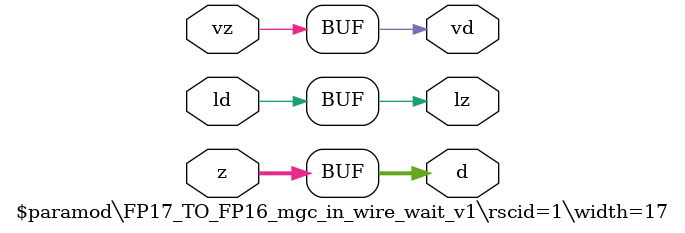
<source format=v>
module \$paramod\FP17_TO_FP16_mgc_in_wire_wait_v1\rscid=1\width=17 (ld, vd, d, lz, vz, z);
  (* src = "./vmod/vlibs/HLS_fp17_to_fp16.v:14" *)
  output [16:0] d;
  (* src = "./vmod/vlibs/HLS_fp17_to_fp16.v:12" *)
  input ld;
  (* src = "./vmod/vlibs/HLS_fp17_to_fp16.v:15" *)
  output lz;
  (* src = "./vmod/vlibs/HLS_fp17_to_fp16.v:13" *)
  output vd;
  (* src = "./vmod/vlibs/HLS_fp17_to_fp16.v:16" *)
  input vz;
  (* src = "./vmod/vlibs/HLS_fp17_to_fp16.v:17" *)
  input [16:0] z;
  assign d = z;
  assign lz = ld;
  assign vd = vz;
endmodule

</source>
